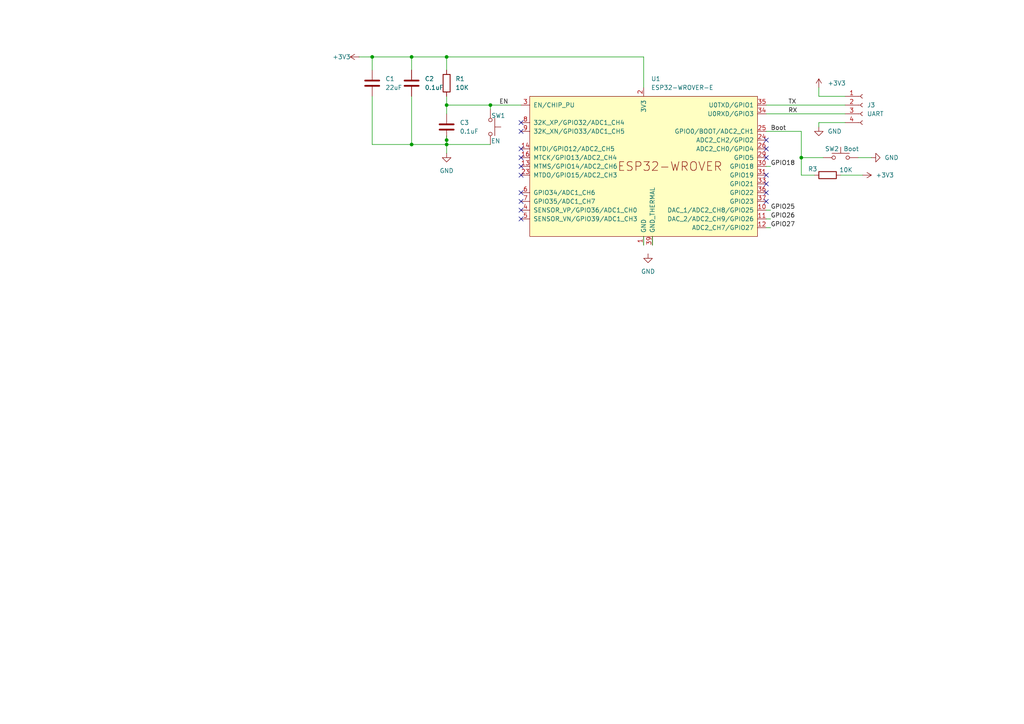
<source format=kicad_sch>
(kicad_sch (version 20250114) (generator "eeschema") (generator_version "9.0")
  (paper "A4")
  (lib_symbols
    (symbol "Connector:Conn_01x04_Socket" (pin_names (offset 1.016) (hide yes))
      (property "Reference" "J" (at 0 5.08 0))
      (property "Value" "Conn_01x04_Socket" (at 0 -7.62 0))
      (symbol "Conn_01x04_Socket_1_1"
        (polyline (pts (xy -1.27 2.54) (xy -0.508 2.54)) (stroke (width 0.1524)))
        (polyline (pts (xy -1.27 0) (xy -0.508 0)) (stroke (width 0.1524)))
        (polyline (pts (xy -1.27 -2.54) (xy -0.508 -2.54)) (stroke (width 0.1524)))
        (polyline (pts (xy -1.27 -5.08) (xy -0.508 -5.08)) (stroke (width 0.1524)))
        (arc (start 0 2.032) (mid -0.5058 2.54) (end 0 3.048) (stroke (width 0.1524)))
        (arc (start 0 -0.508) (mid -0.5058 0) (end 0 0.508) (stroke (width 0.1524)))
        (arc (start 0 -3.048) (mid -0.5058 -2.54) (end 0 -2.032) (stroke (width 0.1524)))
        (arc (start 0 -5.588) (mid -0.5058 -5.08) (end 0 -4.572) (stroke (width 0.1524)))
        (pin passive line (at -5.08 2.54 0) (length 3.81) (name "Pin_1") (number "1"))
        (pin passive line (at -5.08 0 0) (length 3.81) (name "Pin_2") (number "2"))
        (pin passive line (at -5.08 -2.54 0) (length 3.81) (name "Pin_3") (number "3"))
        (pin passive line (at -5.08 -5.08 0) (length 3.81) (name "Pin_4") (number "4"))
      )
    )
    (symbol "Device:C" (pin_numbers (hide yes)) (pin_names (offset 0.254))
      (property "Reference" "C" (at 0.635 2.54 0))
      (property "Value" "C" (at 0.635 -2.54 0))
      (symbol "C_0_1"
        (polyline (pts (xy -2.032 0.762) (xy 2.032 0.762)) (stroke (width 0.508)))
        (polyline (pts (xy -2.032 -0.762) (xy 2.032 -0.762)) (stroke (width 0.508)))
      )
      (symbol "C_1_1"
        (pin passive line (at 0 3.81 270) (length 2.794) (name "~") (number "1"))
        (pin passive line (at 0 -3.81 90) (length 2.794) (name "~") (number "2"))
      )
    )
    (symbol "Device:R" (pin_numbers (hide yes)) (pin_names (offset 0))
      (property "Reference" "R" (at 2.032 0 90))
      (property "Value" "R" (at 0 0 90))
      (symbol "R_0_1"
        (rectangle (start -1.016 -2.54) (end 1.016 2.54) (stroke (width 0.254)))
      )
      (symbol "R_1_1"
        (pin passive line (at 0 3.81 270) (length 1.27) (name "~") (number "1"))
        (pin passive line (at 0 -3.81 90) (length 1.27) (name "~") (number "2"))
      )
    )
    (symbol "PCM_Espressif:ESP32-WROVER-E" (pin_names (offset 1.016))
      (property "Reference" "U" (at -30.48 25.4 0))
      (property "Value" "ESP32-WROVER-E" (at -30.48 22.86 0))
      (symbol "ESP32-WROVER-E_0_1"
        (rectangle (start -33.02 20.32) (end 33.02 -20.32) (fill (type background)))
      )
      (symbol "ESP32-WROVER-E_1_1"
        (text "ESP32-­WROVER" (at 7.62 0 0) (effects (font (size 2.54 2.54))))
        (pin input line (at -35.56 17.78 0) (length 2.54) (name "EN/CHIP_PU") (number "3"))
        (pin bidirectional line (at -35.56 12.7 0) (length 2.54) (name "32K_XP/GPIO32/ADC1_CH4") (number "8"))
        (pin bidirectional line (at -35.56 10.16 0) (length 2.54) (name "32K_XN/GPIO33/ADC1_CH5") (number "9"))
        (pin bidirectional line (at -35.56 5.08 0) (length 2.54) (name "MTDI/GPIO12/ADC2_CH5") (number "14"))
        (pin bidirectional line (at -35.56 2.54 0) (length 2.54) (name "MTCK/GPIO13/ADC2_CH4") (number "16"))
        (pin bidirectional line (at -35.56 0 0) (length 2.54) (name "MTMS/GPIO14/ADC2_CH6") (number "13"))
        (pin bidirectional line (at -35.56 -2.54 0) (length 2.54) (name "MTDO/GPIO15/ADC2_CH3") (number "23"))
        (pin input line (at -35.56 -7.62 0) (length 2.54) (name "GPIO34/ADC1_CH6") (number "6"))
        (pin input line (at -35.56 -10.16 0) (length 2.54) (name "GPIO35/ADC1_CH7") (number "7"))
        (pin input line (at -35.56 -12.7 0) (length 2.54) (name "SENSOR_VP/GPIO36/ADC1_CH0") (number "4"))
        (pin input line (at -35.56 -15.24 0) (length 2.54) (name "SENSOR_VN/GPIO39/ADC1_CH3") (number "5"))
        (pin power_in line (at 0 22.86 270) (length 2.54) (name "3V3") (number "2"))
        (pin power_in line (at 0 -22.86 90) (length 2.54) (name "GND") (number "1"))
        (pin passive line (at 0 -22.86 90) (length 2.54) (hide yes) (name "GND") (number "15"))
        (pin passive line (at 0 -22.86 90) (length 2.54) (hide yes) (name "GND") (number "38"))
        (pin power_in line (at 2.54 -22.86 90) (length 2.54) (name "GND_THERMAL") (number "39"))
        (pin bidirectional line (at 35.56 17.78 180) (length 2.54) (name "U0TXD/GPIO1") (number "35"))
        (pin bidirectional line (at 35.56 15.24 180) (length 2.54) (name "U0RXD/GPIO3") (number "34"))
        (pin bidirectional line (at 35.56 10.16 180) (length 2.54) (name "GPIO0/BOOT/ADC2_CH1") (number "25"))
        (pin bidirectional line (at 35.56 7.62 180) (length 2.54) (name "ADC2_CH2/GPIO2") (number "24"))
        (pin bidirectional line (at 35.56 5.08 180) (length 2.54) (name "ADC2_CH0/GPIO4") (number "26"))
        (pin bidirectional line (at 35.56 2.54 180) (length 2.54) (name "GPIO5") (number "29"))
        (pin bidirectional line (at 35.56 0 180) (length 2.54) (name "GPIO18") (number "30"))
        (pin bidirectional line (at 35.56 -2.54 180) (length 2.54) (name "GPIO19") (number "31"))
        (pin bidirectional line (at 35.56 -5.08 180) (length 2.54) (name "GPIO21") (number "33"))
        (pin bidirectional line (at 35.56 -7.62 180) (length 2.54) (name "GPIO22") (number "36"))
        (pin bidirectional line (at 35.56 -10.16 180) (length 2.54) (name "GPIO23") (number "37"))
        (pin bidirectional line (at 35.56 -12.7 180) (length 2.54) (name "DAC_1/ADC2_CH8/GPIO25") (number "10"))
        (pin bidirectional line (at 35.56 -15.24 180) (length 2.54) (name "DAC_2/ADC2_CH9/GPIO26") (number "11"))
        (pin bidirectional line (at 35.56 -17.78 180) (length 2.54) (name "ADC2_CH7/GPIO27") (number "12"))
      )
    )
    (symbol "Switch:SW_Push" (pin_numbers (hide yes)) (pin_names (offset 1.016) (hide yes))
      (property "Reference" "SW" (at 1.27 2.54 0))
      (property "Value" "SW_Push" (at 0 -1.524 0))
      (symbol "SW_Push_0_1"
        (circle (center -2.032 0) (radius 0.508))
        (polyline (pts (xy 0 1.27) (xy 0 3.048)))
        (circle (center 2.032 0) (radius 0.508))
        (polyline (pts (xy 2.54 1.27) (xy -2.54 1.27)))
        (pin passive line (at -5.08 0 0) (length 2.54) (name "1") (number "1"))
        (pin passive line (at 5.08 0 180) (length 2.54) (name "2") (number "2"))
      )
    )
    (symbol "power:+3V3" (power) (pin_numbers (hide yes)) (pin_names (offset 0) (hide yes))
      (property "Value" "+3V3" (at 0 3.556 0))
      (symbol "+3V3_0_1"
        (polyline (pts (xy -0.762 1.27) (xy 0 2.54)))
        (polyline (pts (xy 0 2.54) (xy 0.762 1.27)))
        (polyline (pts (xy 0 0) (xy 0 2.54)))
      )
      (symbol "+3V3_1_1"
        (pin power_in line (at 0 0 90) (length 0) (name "~") (number "1"))
      )
    )
    (symbol "power:GND" (power) (pin_numbers (hide yes)) (pin_names (offset 0) (hide yes))
      (property "Value" "GND" (at 0 -3.81 0))
      (symbol "GND_0_1"
        (polyline (pts (xy 0 0) (xy 0 -1.27) (xy 1.27 -1.27) (xy 0 -2.54) (xy -1.27 -1.27) (xy 0 -1.27)))
      )
      (symbol "GND_1_1"
        (pin power_in line (at 0 0 270) (length 0) (name "~") (number "1"))
      )
    )
  )
  (junction (at 142.24 30.48))
  (junction (at 129.54 30.48))
  (junction (at 129.54 41.91))
  (junction (at 232.41 45.72))
  (junction (at 129.54 16.51))
  (junction (at 107.95 16.51))
  (junction (at 119.38 41.91))
  (junction (at 119.38 16.51))
  (junction (at 129.54 40.64))
  (no_connect (at 222.25 50.8))
  (no_connect (at 222.25 45.72))
  (no_connect (at 151.13 55.88))
  (no_connect (at 151.13 60.96))
  (no_connect (at 222.25 53.34))
  (no_connect (at 222.25 43.18))
  (no_connect (at 151.13 38.1))
  (no_connect (at 151.13 48.26))
  (no_connect (at 151.13 35.56))
  (no_connect (at 222.25 40.64))
  (no_connect (at 151.13 63.5))
  (no_connect (at 222.25 58.42))
  (no_connect (at 222.25 55.88))
  (no_connect (at 151.13 50.8))
  (no_connect (at 151.13 45.72))
  (no_connect (at 151.13 58.42))
  (no_connect (at 151.13 43.18))
  (wire (pts (xy 222.25 38.1) (xy 232.41 38.1)))
  (wire (pts (xy 248.92 45.72) (xy 252.73 45.72)))
  (wire (pts (xy 119.38 27.94) (xy 119.38 41.91)))
  (wire (pts (xy 222.25 63.5) (xy 223.52 63.5)))
  (wire (pts (xy 237.49 27.94) (xy 245.11 27.94)))
  (wire (pts (xy 129.54 39.37) (xy 129.54 40.64)))
  (wire (pts (xy 107.95 41.91) (xy 119.38 41.91)))
  (wire (pts (xy 232.41 45.72) (xy 238.76 45.72)))
  (wire (pts (xy 186.69 68.58) (xy 186.69 71.12)))
  (wire (pts (xy 142.24 30.48) (xy 142.24 31.75)))
  (wire (pts (xy 237.49 36.83) (xy 237.49 35.56)))
  (wire (pts (xy 222.25 33.02) (xy 245.11 33.02)))
  (wire (pts (xy 222.25 66.04) (xy 223.52 66.04)))
  (wire (pts (xy 237.49 35.56) (xy 245.11 35.56)))
  (wire (pts (xy 129.54 41.91) (xy 129.54 44.45)))
  (wire (pts (xy 232.41 50.8) (xy 236.22 50.8)))
  (wire (pts (xy 129.54 16.51) (xy 186.69 16.51)))
  (wire (pts (xy 237.49 25.4) (xy 237.49 27.94)))
  (wire (pts (xy 222.25 48.26) (xy 223.52 48.26)))
  (wire (pts (xy 129.54 30.48) (xy 142.24 30.48)))
  (wire (pts (xy 107.95 16.51) (xy 119.38 16.51)))
  (wire (pts (xy 104.14 16.51) (xy 107.95 16.51)))
  (wire (pts (xy 186.69 16.51) (xy 186.69 25.4)))
  (wire (pts (xy 129.54 27.94) (xy 129.54 30.48)))
  (wire (pts (xy 129.54 30.48) (xy 129.54 33.02)))
  (wire (pts (xy 119.38 41.91) (xy 129.54 41.91)))
  (wire (pts (xy 243.84 50.8) (xy 250.19 50.8)))
  (wire (pts (xy 129.54 16.51) (xy 129.54 20.32)))
  (wire (pts (xy 119.38 16.51) (xy 119.38 20.32)))
  (wire (pts (xy 119.38 16.51) (xy 129.54 16.51)))
  (wire (pts (xy 129.54 40.64) (xy 129.54 41.91)))
  (wire (pts (xy 232.41 45.72) (xy 232.41 38.1)))
  (wire (pts (xy 129.54 41.91) (xy 142.24 41.91)))
  (wire (pts (xy 232.41 45.72) (xy 232.41 50.8)))
  (wire (pts (xy 222.25 30.48) (xy 245.11 30.48)))
  (wire (pts (xy 107.95 27.94) (xy 107.95 41.91)))
  (wire (pts (xy 189.23 68.58) (xy 189.23 71.12)))
  (wire (pts (xy 142.24 30.48) (xy 151.13 30.48)))
  (wire (pts (xy 222.25 60.96) (xy 223.52 60.96)))
  (wire (pts (xy 107.95 16.51) (xy 107.95 20.32)))
  (label "GPIO26" (at 223.52 63.5 0))
  (label "RX" (at 228.6 33.02 0))
  (label "EN" (at 144.78 30.48 0))
  (label "GPIO27" (at 223.52 66.04 0))
  (label "GPIO25" (at 223.52 60.96 0))
  (label "Boot" (at 223.52 38.1 0))
  (label "GPIO18" (at 223.52 48.26 0))
  (label "TX" (at 228.6 30.48 0))
  (symbol (lib_id "Device:R") (at 129.54 24.13 0) (unit 1)
    (property "Reference" "R1" (at 132.08 22.8599 0) (effects (justify left)))
    (property "Value" "10K" (at 132.08 25.3999 0) (effects (justify left)))
    (property "Footprint" "Resistor_SMD:R_0805_2012Metric" (effects (hide yes)))
    (property "Description" "Resistor" (effects (hide yes)))
  )
  (symbol (lib_id "PCM_Espressif:ESP32-WROVER-E") (at 186.69 48.26 0) (unit 1)
    (property "Reference" "U1" (at 188.8333 22.86 0) (effects (justify left)))
    (property "Value" "ESP32-WROVER-E" (at 188.8333 25.4 0) (effects (justify left)))
    (property "Footprint" "PCM_Espressif:ESP32-WROVER-E" (effects (hide yes)))
    (property "Datasheet" "https://www.espressif.com/sites/default/files/documentation/esp32-wrover-e_esp32-wrover-ie_datasheet_en.pdf" (effects (hide yes)))
    (property "Description" "ESP32-WROVER-E and ESP32-WROVER-IE are two powerful, generic WiFi-BT-BLE MCU modules that target a wide variety of applications, ranging from low-power sensor networks to the most demanding tasks, such as voice encoding, music streaming and MP3 decoding. ESP32-WROVER-E comes with a PCB antenna, and ESP32-WROVER-IE with an IPEX antenna. They both featurea 4 MB external SPI flash and an additional 8 MB SPI Pseudo static RAM (PSRAM)." (effects (hide yes)))
  )
  (symbol (lib_id "power:GND") (at 252.73 45.72 90) (unit 1)
    (property "Reference" "#PWR08" (effects (hide yes)))
    (property "Value" "GND" (at 256.54 45.7199 90) (effects (justify right)))
    (property "Description" "Power symbol creates a global label with name \"GND\" , ground" (effects (hide yes)))
  )
  (symbol (lib_id "power:+3V3") (at 250.19 50.8 270) (unit 1)
    (property "Reference" "#PWR09" (effects (hide yes)))
    (property "Value" "+3V3" (at 254 50.7999 90) (effects (justify left)))
    (property "Description" "Power symbol creates a global label with name \"+3V3\"" (effects (hide yes)))
  )
  (symbol (lib_id "Device:C") (at 119.38 24.13 0) (unit 1)
    (property "Reference" "C2" (at 123.19 22.8599 0) (effects (justify left)))
    (property "Value" "0.1uF" (at 123.19 25.3999 0) (effects (justify left)))
    (property "Footprint" "Capacitor_SMD:C_0805_2012Metric" (effects (hide yes)))
    (property "Description" "Unpolarized capacitor" (effects (hide yes)))
  )
  (symbol (lib_id "power:GND") (at 187.96 73.66 0) (unit 1)
    (property "Reference" "#PWR01" (effects (hide yes)))
    (property "Value" "GND" (at 187.96 78.74 0))
    (property "Description" "Power symbol creates a global label with name \"GND\" , ground" (effects (hide yes)))
  )
  (symbol (lib_id "Switch:SW_Push") (at 142.24 36.83 270) (unit 1)
    (property "Reference" "SW1" (at 144.526 33.528 90))
    (property "Value" "EN" (at 143.764 40.894 90))
    (property "Footprint" "Button_Switch_SMD:SW_SPST_TS-1088-xR020" (effects (hide yes)))
    (property "Description" "Push button switch, generic, two pins" (effects (hide yes)))
  )
  (symbol (lib_id "power:GND") (at 129.54 44.45 0) (unit 1)
    (property "Reference" "#PWR04" (effects (hide yes)))
    (property "Value" "GND" (at 129.54 49.53 0))
    (property "Description" "Power symbol creates a global label with name \"GND\" , ground" (effects (hide yes)))
  )
  (symbol (lib_id "power:+3V3") (at 104.14 16.51 90) (unit 1)
    (property "Reference" "#PWR02" (effects (hide yes)))
    (property "Value" "+3V3" (at 99.06 16.51 90))
    (property "Description" "Power symbol creates a global label with name \"+3V3\"" (effects (hide yes)))
  )
  (symbol (lib_id "Connector:Conn_01x04_Socket") (at 250.19 30.48 0) (unit 1)
    (property "Reference" "J3" (at 251.46 30.4799 0) (effects (justify left)))
    (property "Value" "UART" (at 251.46 33.0199 0) (effects (justify left)))
    (property "Footprint" "Connector_PinHeader_2.54mm:PinHeader_1x04_P2.54mm_Vertical" (effects (hide yes)))
    (property "Description" "Generic connector, single row, 01x04, script generated" (effects (hide yes)))
  )
  (symbol (lib_id "power:GND") (at 237.49 36.83 0) (unit 1)
    (property "Reference" "#PWR027" (effects (hide yes)))
    (property "Value" "GND" (at 240.03 38.0999 0) (effects (justify left)))
    (property "Description" "Power symbol creates a global label with name \"GND\" , ground" (effects (hide yes)))
  )
  (symbol (lib_id "Device:R") (at 240.03 50.8 90) (unit 1)
    (property "Reference" "R3" (at 235.712 49.022 90))
    (property "Value" "10K" (at 245.364 49.276 90))
    (property "Footprint" "Resistor_SMD:R_0805_2012Metric" (effects (hide yes)))
    (property "Description" "Resistor" (effects (hide yes)))
  )
  (symbol (lib_id "Switch:SW_Push") (at 243.84 45.72 0) (unit 1)
    (property "Reference" "SW2" (at 241.3 43.18 0))
    (property "Value" "Boot" (at 246.888 43.18 0))
    (property "Footprint" "Button_Switch_SMD:SW_SPST_TS-1088-xR020" (effects (hide yes)))
    (property "Description" "Push button switch, generic, two pins" (effects (hide yes)))
  )
  (symbol (lib_id "power:+3V3") (at 237.49 25.4 0) (unit 1)
    (property "Reference" "#PWR028" (effects (hide yes)))
    (property "Value" "+3V3" (at 240.03 24.1299 0) (effects (justify left)))
    (property "Description" "Power symbol creates a global label with name \"+3V3\"" (effects (hide yes)))
  )
  (symbol (lib_id "Device:C") (at 129.54 36.83 0) (unit 1)
    (property "Reference" "C3" (at 133.35 35.5599 0) (effects (justify left)))
    (property "Value" "0.1uF" (at 133.35 38.0999 0) (effects (justify left)))
    (property "Footprint" "Capacitor_SMD:C_0805_2012Metric" (effects (hide yes)))
    (property "Description" "Unpolarized capacitor" (effects (hide yes)))
  )
  (symbol (lib_id "Device:C") (at 107.95 24.13 0) (unit 1)
    (property "Reference" "C1" (at 111.76 22.8599 0) (effects (justify left)))
    (property "Value" "22uF" (at 111.76 25.3999 0) (effects (justify left)))
    (property "Footprint" "Capacitor_SMD:C_0805_2012Metric" (effects (hide yes)))
    (property "Description" "Unpolarized capacitor" (effects (hide yes)))
  )
)
</source>
